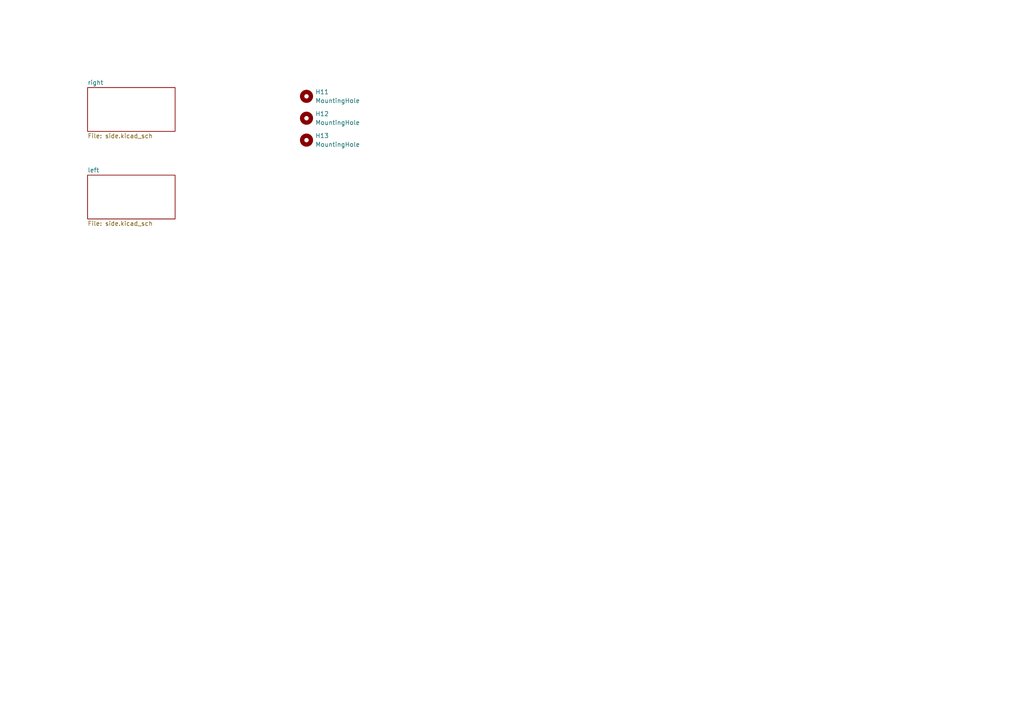
<source format=kicad_sch>
(kicad_sch (version 20250114) (generator "eeschema") (generator_version "9.0")
  (paper "A4")
  (lib_symbols
    (symbol "Mechanical:MountingHole" (pin_names (offset 1.016)) (in_bom no)
      (property "Reference" "H" (at 0 5.08 0))
      (property "Value" "MountingHole" (at 0 3.175 0))
      (symbol "MountingHole_0_1"
        (circle (center 0 0) (radius 1.27) (stroke (width 1.27)))
      )
    )
  )
  (symbol (lib_id "Mechanical:MountingHole") (at 88.9 27.94 0) (unit 1) (in_bom no)
    (property "Reference" "H11" (at 91.44 26.6699 0) (effects (justify left)))
    (property "Value" "MountingHole" (at 91.44 29.2099 0) (effects (justify left)))
    (property "Description" "Mounting Hole without connection" (effects (hide yes)))
  )
  (symbol (lib_id "Mechanical:MountingHole") (at 88.9 34.29 0) (unit 1) (in_bom no)
    (property "Reference" "H12" (at 91.44 33.0199 0) (effects (justify left)))
    (property "Value" "MountingHole" (at 91.44 35.5599 0) (effects (justify left)))
    (property "Description" "Mounting Hole without connection" (effects (hide yes)))
  )
  (symbol (lib_id "Mechanical:MountingHole") (at 88.9 40.64 0) (unit 1) (in_bom no)
    (property "Reference" "H13" (at 91.44 39.3699 0) (effects (justify left)))
    (property "Value" "MountingHole" (at 91.44 41.9099 0) (effects (justify left)))
    (property "Description" "Mounting Hole without connection" (effects (hide yes)))
  )
  (sheet (at 25.4 50.8) (size 25.4 12.7) (stroke (width 0.1524))
    (property "Sheetname" "left" (at 25.4 50.0884 0) (effects (justify left bottom)))
    (property "Sheetfile" "side.kicad_sch" (at 25.4 64.0846 0) (effects (justify left top)))
  )
  (sheet (at 25.4 25.4) (size 25.4 12.7) (stroke (width 0.1524))
    (property "Sheetname" "right" (at 25.4 24.6884 0) (effects (justify left bottom)))
    (property "Sheetfile" "side.kicad_sch" (at 25.4 38.6846 0) (effects (justify left top)))
  )
)
</source>
